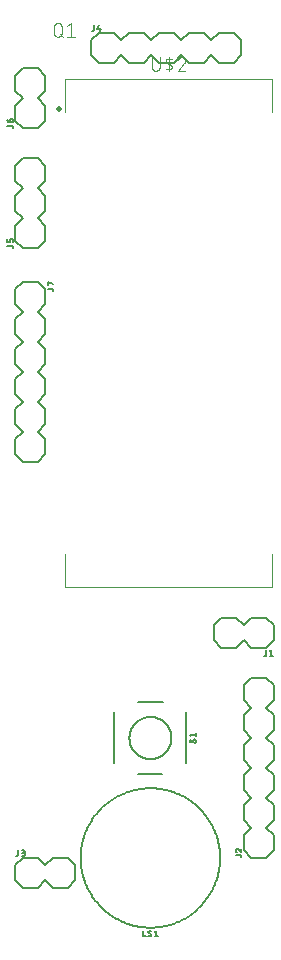
<source format=gbr>
G04 EAGLE Gerber RS-274X export*
G75*
%MOMM*%
%FSLAX34Y34*%
%LPD*%
%INSilkscreen Top*%
%IPPOS*%
%AMOC8*
5,1,8,0,0,1.08239X$1,22.5*%
G01*
%ADD10C,0.203200*%
%ADD11C,0.127000*%
%ADD12C,0.101600*%
%ADD13C,0.500000*%
%ADD14C,0.120000*%


D10*
X224950Y255900D02*
X212250Y255900D01*
X205900Y262250D01*
X205900Y274950D02*
X212250Y281300D01*
X205900Y262250D02*
X199550Y255900D01*
X186850Y255900D01*
X180500Y262250D01*
X180500Y274950D02*
X186850Y281300D01*
X199550Y281300D01*
X205900Y274950D01*
X231300Y274950D02*
X231300Y262250D01*
X224950Y255900D01*
X231300Y274950D02*
X224950Y281300D01*
X212250Y281300D01*
X180500Y274950D02*
X180500Y262250D01*
D11*
X225036Y253995D02*
X225036Y250241D01*
X225034Y250176D01*
X225028Y250112D01*
X225018Y250048D01*
X225005Y249984D01*
X224987Y249922D01*
X224966Y249861D01*
X224942Y249801D01*
X224913Y249743D01*
X224881Y249686D01*
X224846Y249632D01*
X224808Y249580D01*
X224766Y249530D01*
X224722Y249483D01*
X224675Y249439D01*
X224625Y249397D01*
X224573Y249359D01*
X224519Y249324D01*
X224462Y249292D01*
X224404Y249263D01*
X224344Y249239D01*
X224283Y249218D01*
X224221Y249200D01*
X224157Y249187D01*
X224093Y249177D01*
X224029Y249171D01*
X223964Y249169D01*
X223427Y249169D01*
X227984Y252923D02*
X229324Y253995D01*
X229324Y249169D01*
X227984Y249169D02*
X230665Y249169D01*
D10*
X205900Y211450D02*
X212250Y205100D01*
X205900Y211450D02*
X205900Y224150D01*
X212250Y230500D01*
X224950Y230500D02*
X231300Y224150D01*
X231300Y211450D01*
X224950Y205100D01*
X205900Y173350D02*
X205900Y160650D01*
X205900Y173350D02*
X212250Y179700D01*
X224950Y179700D02*
X231300Y173350D01*
X212250Y179700D02*
X205900Y186050D01*
X205900Y198750D01*
X212250Y205100D01*
X224950Y205100D02*
X231300Y198750D01*
X231300Y186050D01*
X224950Y179700D01*
X205900Y135250D02*
X212250Y128900D01*
X205900Y135250D02*
X205900Y147950D01*
X212250Y154300D01*
X224950Y154300D02*
X231300Y147950D01*
X231300Y135250D01*
X224950Y128900D01*
X212250Y154300D02*
X205900Y160650D01*
X224950Y154300D02*
X231300Y160650D01*
X231300Y173350D01*
X205900Y97150D02*
X205900Y84450D01*
X205900Y97150D02*
X212250Y103500D01*
X224950Y103500D02*
X231300Y97150D01*
X212250Y103500D02*
X205900Y109850D01*
X205900Y122550D01*
X212250Y128900D01*
X224950Y128900D02*
X231300Y122550D01*
X231300Y109850D01*
X224950Y103500D01*
X224950Y78100D02*
X212250Y78100D01*
X205900Y84450D01*
X224950Y78100D02*
X231300Y84450D01*
X231300Y97150D01*
X224950Y230500D02*
X212250Y230500D01*
D11*
X202923Y80344D02*
X199169Y80344D01*
X202923Y80343D02*
X202988Y80341D01*
X203052Y80335D01*
X203116Y80325D01*
X203180Y80312D01*
X203242Y80294D01*
X203303Y80273D01*
X203363Y80249D01*
X203421Y80220D01*
X203478Y80188D01*
X203532Y80153D01*
X203584Y80115D01*
X203634Y80073D01*
X203681Y80029D01*
X203725Y79982D01*
X203767Y79932D01*
X203805Y79880D01*
X203840Y79826D01*
X203872Y79769D01*
X203901Y79711D01*
X203925Y79651D01*
X203946Y79590D01*
X203964Y79528D01*
X203977Y79464D01*
X203987Y79400D01*
X203993Y79336D01*
X203995Y79271D01*
X203995Y78735D01*
X199169Y84766D02*
X199171Y84834D01*
X199177Y84901D01*
X199186Y84968D01*
X199199Y85035D01*
X199216Y85100D01*
X199237Y85165D01*
X199261Y85228D01*
X199289Y85290D01*
X199320Y85350D01*
X199354Y85408D01*
X199392Y85464D01*
X199432Y85519D01*
X199476Y85570D01*
X199523Y85619D01*
X199572Y85666D01*
X199623Y85710D01*
X199678Y85750D01*
X199734Y85788D01*
X199792Y85822D01*
X199852Y85853D01*
X199914Y85881D01*
X199977Y85905D01*
X200042Y85926D01*
X200107Y85943D01*
X200174Y85956D01*
X200241Y85965D01*
X200308Y85971D01*
X200376Y85973D01*
X199169Y84766D02*
X199171Y84688D01*
X199177Y84610D01*
X199187Y84533D01*
X199200Y84456D01*
X199218Y84380D01*
X199239Y84305D01*
X199264Y84231D01*
X199293Y84159D01*
X199325Y84088D01*
X199361Y84019D01*
X199400Y83951D01*
X199443Y83886D01*
X199489Y83823D01*
X199538Y83762D01*
X199590Y83704D01*
X199645Y83649D01*
X199702Y83596D01*
X199762Y83547D01*
X199825Y83500D01*
X199890Y83457D01*
X199956Y83417D01*
X200025Y83380D01*
X200096Y83347D01*
X200168Y83317D01*
X200242Y83291D01*
X201314Y85571D02*
X201265Y85620D01*
X201213Y85667D01*
X201158Y85710D01*
X201101Y85751D01*
X201042Y85789D01*
X200981Y85823D01*
X200918Y85854D01*
X200854Y85882D01*
X200788Y85906D01*
X200722Y85926D01*
X200654Y85943D01*
X200585Y85956D01*
X200516Y85965D01*
X200446Y85971D01*
X200376Y85973D01*
X201314Y85571D02*
X203995Y83292D01*
X203995Y85973D01*
D10*
X31750Y78100D02*
X19050Y78100D01*
X31750Y78100D02*
X38100Y71750D01*
X38100Y59050D02*
X31750Y52700D01*
X38100Y71750D02*
X44450Y78100D01*
X57150Y78100D01*
X63500Y71750D01*
X63500Y59050D02*
X57150Y52700D01*
X44450Y52700D01*
X38100Y59050D01*
X12700Y59050D02*
X12700Y71750D01*
X19050Y78100D01*
X12700Y59050D02*
X19050Y52700D01*
X31750Y52700D01*
X63500Y59050D02*
X63500Y71750D01*
D11*
X14944Y81077D02*
X14944Y84831D01*
X14943Y81077D02*
X14941Y81012D01*
X14935Y80948D01*
X14925Y80884D01*
X14912Y80820D01*
X14894Y80758D01*
X14873Y80697D01*
X14849Y80637D01*
X14820Y80579D01*
X14788Y80522D01*
X14753Y80468D01*
X14715Y80416D01*
X14673Y80366D01*
X14629Y80319D01*
X14582Y80275D01*
X14532Y80233D01*
X14480Y80195D01*
X14426Y80160D01*
X14369Y80128D01*
X14311Y80099D01*
X14251Y80075D01*
X14190Y80054D01*
X14128Y80036D01*
X14064Y80023D01*
X14000Y80013D01*
X13936Y80007D01*
X13871Y80005D01*
X13335Y80005D01*
X17892Y80005D02*
X19232Y80005D01*
X19303Y80007D01*
X19375Y80013D01*
X19445Y80022D01*
X19515Y80035D01*
X19585Y80052D01*
X19653Y80073D01*
X19720Y80097D01*
X19786Y80125D01*
X19850Y80156D01*
X19913Y80191D01*
X19973Y80229D01*
X20032Y80270D01*
X20088Y80314D01*
X20142Y80361D01*
X20193Y80410D01*
X20241Y80463D01*
X20287Y80518D01*
X20329Y80575D01*
X20369Y80635D01*
X20405Y80696D01*
X20438Y80760D01*
X20467Y80825D01*
X20493Y80891D01*
X20516Y80959D01*
X20535Y81028D01*
X20550Y81098D01*
X20561Y81168D01*
X20569Y81239D01*
X20573Y81310D01*
X20573Y81382D01*
X20569Y81453D01*
X20561Y81524D01*
X20550Y81594D01*
X20535Y81664D01*
X20516Y81733D01*
X20493Y81801D01*
X20467Y81867D01*
X20438Y81932D01*
X20405Y81996D01*
X20369Y82057D01*
X20329Y82117D01*
X20287Y82174D01*
X20241Y82229D01*
X20193Y82282D01*
X20142Y82331D01*
X20088Y82378D01*
X20032Y82422D01*
X19973Y82463D01*
X19913Y82501D01*
X19850Y82536D01*
X19786Y82567D01*
X19720Y82595D01*
X19653Y82619D01*
X19585Y82640D01*
X19515Y82657D01*
X19445Y82670D01*
X19375Y82679D01*
X19303Y82685D01*
X19232Y82687D01*
X19500Y84831D02*
X17892Y84831D01*
X19500Y84831D02*
X19565Y84829D01*
X19629Y84823D01*
X19693Y84813D01*
X19757Y84800D01*
X19819Y84782D01*
X19880Y84761D01*
X19940Y84737D01*
X19998Y84708D01*
X20055Y84676D01*
X20109Y84641D01*
X20161Y84603D01*
X20211Y84561D01*
X20258Y84517D01*
X20302Y84470D01*
X20344Y84420D01*
X20382Y84368D01*
X20417Y84314D01*
X20449Y84257D01*
X20478Y84199D01*
X20502Y84139D01*
X20523Y84078D01*
X20541Y84016D01*
X20554Y83952D01*
X20564Y83888D01*
X20570Y83824D01*
X20572Y83759D01*
X20570Y83694D01*
X20564Y83630D01*
X20554Y83566D01*
X20541Y83502D01*
X20523Y83440D01*
X20502Y83379D01*
X20478Y83319D01*
X20449Y83261D01*
X20417Y83204D01*
X20382Y83150D01*
X20344Y83098D01*
X20302Y83048D01*
X20258Y83001D01*
X20211Y82957D01*
X20161Y82915D01*
X20109Y82877D01*
X20055Y82842D01*
X19998Y82810D01*
X19940Y82781D01*
X19880Y82757D01*
X19819Y82736D01*
X19757Y82718D01*
X19693Y82705D01*
X19629Y82695D01*
X19565Y82689D01*
X19500Y82687D01*
X19500Y82686D02*
X18428Y82686D01*
D10*
X159550Y776600D02*
X172250Y776600D01*
X178600Y770250D01*
X178600Y757550D02*
X172250Y751200D01*
X178600Y770250D02*
X184950Y776600D01*
X197650Y776600D01*
X204000Y770250D01*
X204000Y757550D02*
X197650Y751200D01*
X184950Y751200D01*
X178600Y757550D01*
X134150Y776600D02*
X127800Y770250D01*
X134150Y776600D02*
X146850Y776600D01*
X153200Y770250D01*
X153200Y757550D02*
X146850Y751200D01*
X134150Y751200D01*
X127800Y757550D01*
X153200Y770250D02*
X159550Y776600D01*
X153200Y757550D02*
X159550Y751200D01*
X172250Y751200D01*
X96050Y776600D02*
X83350Y776600D01*
X96050Y776600D02*
X102400Y770250D01*
X102400Y757550D02*
X96050Y751200D01*
X102400Y770250D02*
X108750Y776600D01*
X121450Y776600D01*
X127800Y770250D01*
X127800Y757550D02*
X121450Y751200D01*
X108750Y751200D01*
X102400Y757550D01*
X77000Y757550D02*
X77000Y770250D01*
X83350Y776600D01*
X77000Y757550D02*
X83350Y751200D01*
X96050Y751200D01*
X204000Y757550D02*
X204000Y770250D01*
D11*
X79244Y779577D02*
X79244Y783331D01*
X79243Y779577D02*
X79241Y779512D01*
X79235Y779448D01*
X79225Y779384D01*
X79212Y779320D01*
X79194Y779258D01*
X79173Y779197D01*
X79149Y779137D01*
X79120Y779079D01*
X79088Y779022D01*
X79053Y778968D01*
X79015Y778916D01*
X78973Y778866D01*
X78929Y778819D01*
X78882Y778775D01*
X78832Y778733D01*
X78780Y778695D01*
X78726Y778660D01*
X78669Y778628D01*
X78611Y778599D01*
X78551Y778575D01*
X78490Y778554D01*
X78428Y778536D01*
X78364Y778523D01*
X78300Y778513D01*
X78236Y778507D01*
X78171Y778505D01*
X77635Y778505D01*
X82192Y779577D02*
X83264Y783331D01*
X82192Y779577D02*
X84873Y779577D01*
X84068Y778505D02*
X84068Y780650D01*
D10*
X12700Y651350D02*
X19050Y645000D01*
X12700Y651350D02*
X12700Y664050D01*
X19050Y670400D01*
X31750Y670400D02*
X38100Y664050D01*
X38100Y651350D01*
X31750Y645000D01*
X12700Y613250D02*
X12700Y600550D01*
X12700Y613250D02*
X19050Y619600D01*
X31750Y619600D02*
X38100Y613250D01*
X19050Y619600D02*
X12700Y625950D01*
X12700Y638650D01*
X19050Y645000D01*
X31750Y645000D02*
X38100Y638650D01*
X38100Y625950D01*
X31750Y619600D01*
X31750Y594200D02*
X19050Y594200D01*
X12700Y600550D01*
X31750Y594200D02*
X38100Y600550D01*
X38100Y613250D01*
X31750Y670400D02*
X19050Y670400D01*
D11*
X9723Y596444D02*
X5969Y596444D01*
X9723Y596443D02*
X9788Y596441D01*
X9852Y596435D01*
X9916Y596425D01*
X9980Y596412D01*
X10042Y596394D01*
X10103Y596373D01*
X10163Y596349D01*
X10221Y596320D01*
X10278Y596288D01*
X10332Y596253D01*
X10384Y596215D01*
X10434Y596173D01*
X10481Y596129D01*
X10525Y596082D01*
X10567Y596032D01*
X10605Y595980D01*
X10640Y595926D01*
X10672Y595869D01*
X10701Y595811D01*
X10725Y595751D01*
X10746Y595690D01*
X10764Y595628D01*
X10777Y595564D01*
X10787Y595500D01*
X10793Y595436D01*
X10795Y595371D01*
X10795Y594835D01*
X10795Y599392D02*
X10795Y601000D01*
X10793Y601065D01*
X10787Y601129D01*
X10777Y601193D01*
X10764Y601257D01*
X10746Y601319D01*
X10725Y601380D01*
X10701Y601440D01*
X10672Y601498D01*
X10640Y601555D01*
X10605Y601609D01*
X10567Y601661D01*
X10525Y601711D01*
X10481Y601758D01*
X10434Y601802D01*
X10384Y601844D01*
X10332Y601882D01*
X10278Y601917D01*
X10221Y601949D01*
X10163Y601978D01*
X10103Y602002D01*
X10042Y602023D01*
X9980Y602041D01*
X9916Y602054D01*
X9852Y602064D01*
X9788Y602070D01*
X9723Y602072D01*
X9723Y602073D02*
X9186Y602073D01*
X9186Y602072D02*
X9121Y602070D01*
X9057Y602064D01*
X8993Y602054D01*
X8929Y602041D01*
X8867Y602023D01*
X8806Y602002D01*
X8746Y601978D01*
X8688Y601949D01*
X8631Y601917D01*
X8577Y601882D01*
X8525Y601844D01*
X8475Y601802D01*
X8428Y601758D01*
X8384Y601711D01*
X8342Y601661D01*
X8304Y601609D01*
X8269Y601555D01*
X8237Y601498D01*
X8208Y601440D01*
X8184Y601380D01*
X8163Y601319D01*
X8145Y601257D01*
X8132Y601193D01*
X8122Y601129D01*
X8116Y601065D01*
X8114Y601000D01*
X8114Y599392D01*
X5969Y599392D01*
X5969Y602073D01*
D10*
X12700Y702150D02*
X12700Y714850D01*
X19050Y721200D01*
X31750Y721200D02*
X38100Y714850D01*
X19050Y721200D02*
X12700Y727550D01*
X12700Y740250D01*
X19050Y746600D01*
X31750Y746600D02*
X38100Y740250D01*
X38100Y727550D01*
X31750Y721200D01*
X31750Y695800D02*
X19050Y695800D01*
X12700Y702150D01*
X31750Y695800D02*
X38100Y702150D01*
X38100Y714850D01*
X31750Y746600D02*
X19050Y746600D01*
D11*
X9723Y698044D02*
X5969Y698044D01*
X9723Y698043D02*
X9788Y698041D01*
X9852Y698035D01*
X9916Y698025D01*
X9980Y698012D01*
X10042Y697994D01*
X10103Y697973D01*
X10163Y697949D01*
X10221Y697920D01*
X10278Y697888D01*
X10332Y697853D01*
X10384Y697815D01*
X10434Y697773D01*
X10481Y697729D01*
X10525Y697682D01*
X10567Y697632D01*
X10605Y697580D01*
X10640Y697526D01*
X10672Y697469D01*
X10701Y697411D01*
X10725Y697351D01*
X10746Y697290D01*
X10764Y697228D01*
X10777Y697164D01*
X10787Y697100D01*
X10793Y697036D01*
X10795Y696971D01*
X10795Y696435D01*
X8114Y700992D02*
X8114Y702600D01*
X8116Y702665D01*
X8122Y702729D01*
X8132Y702793D01*
X8145Y702857D01*
X8163Y702919D01*
X8184Y702980D01*
X8208Y703040D01*
X8237Y703098D01*
X8269Y703155D01*
X8304Y703209D01*
X8342Y703261D01*
X8384Y703311D01*
X8428Y703358D01*
X8475Y703402D01*
X8525Y703444D01*
X8577Y703482D01*
X8631Y703517D01*
X8688Y703549D01*
X8746Y703578D01*
X8806Y703602D01*
X8867Y703623D01*
X8929Y703641D01*
X8993Y703654D01*
X9057Y703664D01*
X9121Y703670D01*
X9186Y703672D01*
X9186Y703673D02*
X9454Y703673D01*
X9525Y703671D01*
X9597Y703665D01*
X9667Y703656D01*
X9737Y703643D01*
X9807Y703626D01*
X9875Y703605D01*
X9942Y703581D01*
X10008Y703553D01*
X10072Y703522D01*
X10135Y703487D01*
X10195Y703449D01*
X10254Y703408D01*
X10310Y703364D01*
X10364Y703317D01*
X10415Y703268D01*
X10463Y703215D01*
X10509Y703160D01*
X10551Y703103D01*
X10591Y703043D01*
X10627Y702982D01*
X10660Y702918D01*
X10689Y702853D01*
X10715Y702787D01*
X10738Y702719D01*
X10757Y702650D01*
X10772Y702580D01*
X10783Y702510D01*
X10791Y702439D01*
X10795Y702368D01*
X10795Y702296D01*
X10791Y702225D01*
X10783Y702154D01*
X10772Y702084D01*
X10757Y702014D01*
X10738Y701945D01*
X10715Y701877D01*
X10689Y701811D01*
X10660Y701746D01*
X10627Y701682D01*
X10591Y701621D01*
X10551Y701561D01*
X10509Y701504D01*
X10463Y701449D01*
X10415Y701396D01*
X10364Y701347D01*
X10310Y701300D01*
X10254Y701256D01*
X10195Y701215D01*
X10135Y701177D01*
X10072Y701142D01*
X10008Y701111D01*
X9942Y701083D01*
X9875Y701059D01*
X9807Y701038D01*
X9737Y701021D01*
X9667Y701008D01*
X9597Y700999D01*
X9525Y700993D01*
X9454Y700991D01*
X9454Y700992D02*
X8114Y700992D01*
X8023Y700994D01*
X7932Y701000D01*
X7842Y701009D01*
X7751Y701023D01*
X7662Y701040D01*
X7574Y701061D01*
X7486Y701086D01*
X7399Y701115D01*
X7314Y701147D01*
X7230Y701182D01*
X7148Y701222D01*
X7068Y701264D01*
X6989Y701310D01*
X6913Y701360D01*
X6839Y701412D01*
X6766Y701468D01*
X6697Y701527D01*
X6630Y701588D01*
X6565Y701653D01*
X6504Y701720D01*
X6445Y701789D01*
X6389Y701861D01*
X6337Y701936D01*
X6287Y702012D01*
X6241Y702091D01*
X6199Y702171D01*
X6159Y702253D01*
X6124Y702337D01*
X6092Y702422D01*
X6063Y702509D01*
X6038Y702596D01*
X6017Y702685D01*
X6000Y702774D01*
X5986Y702864D01*
X5977Y702955D01*
X5971Y703046D01*
X5969Y703137D01*
D10*
X31750Y439100D02*
X38100Y432750D01*
X38100Y420050D01*
X31750Y413700D01*
X19050Y413700D02*
X12700Y420050D01*
X12700Y432750D01*
X19050Y439100D01*
X38100Y470850D02*
X38100Y483550D01*
X38100Y470850D02*
X31750Y464500D01*
X19050Y464500D02*
X12700Y470850D01*
X31750Y464500D02*
X38100Y458150D01*
X38100Y445450D01*
X31750Y439100D01*
X19050Y439100D02*
X12700Y445450D01*
X12700Y458150D01*
X19050Y464500D01*
X38100Y508950D02*
X31750Y515300D01*
X38100Y508950D02*
X38100Y496250D01*
X31750Y489900D01*
X19050Y489900D02*
X12700Y496250D01*
X12700Y508950D01*
X19050Y515300D01*
X31750Y489900D02*
X38100Y483550D01*
X19050Y489900D02*
X12700Y483550D01*
X12700Y470850D01*
X38100Y547050D02*
X38100Y559750D01*
X38100Y547050D02*
X31750Y540700D01*
X19050Y540700D02*
X12700Y547050D01*
X31750Y540700D02*
X38100Y534350D01*
X38100Y521650D01*
X31750Y515300D01*
X19050Y515300D02*
X12700Y521650D01*
X12700Y534350D01*
X19050Y540700D01*
X19050Y566100D02*
X31750Y566100D01*
X38100Y559750D01*
X19050Y566100D02*
X12700Y559750D01*
X12700Y547050D01*
X19050Y413700D02*
X31750Y413700D01*
D11*
X40005Y559836D02*
X43759Y559836D01*
X43824Y559834D01*
X43888Y559828D01*
X43952Y559818D01*
X44016Y559805D01*
X44078Y559787D01*
X44139Y559766D01*
X44199Y559742D01*
X44257Y559713D01*
X44314Y559681D01*
X44368Y559646D01*
X44420Y559608D01*
X44470Y559566D01*
X44517Y559522D01*
X44561Y559475D01*
X44603Y559425D01*
X44641Y559373D01*
X44676Y559319D01*
X44708Y559262D01*
X44737Y559204D01*
X44761Y559144D01*
X44782Y559083D01*
X44800Y559021D01*
X44813Y558957D01*
X44823Y558893D01*
X44829Y558829D01*
X44831Y558764D01*
X44831Y558227D01*
X40541Y562784D02*
X40005Y562784D01*
X40005Y565465D01*
X44831Y564124D01*
D12*
X45358Y776604D02*
X45358Y781796D01*
X45360Y781909D01*
X45366Y782022D01*
X45376Y782135D01*
X45390Y782248D01*
X45407Y782360D01*
X45429Y782471D01*
X45454Y782581D01*
X45484Y782691D01*
X45517Y782799D01*
X45554Y782906D01*
X45594Y783012D01*
X45639Y783116D01*
X45687Y783219D01*
X45738Y783320D01*
X45793Y783419D01*
X45851Y783516D01*
X45913Y783611D01*
X45978Y783704D01*
X46046Y783794D01*
X46117Y783882D01*
X46192Y783968D01*
X46269Y784051D01*
X46349Y784131D01*
X46432Y784208D01*
X46518Y784283D01*
X46606Y784354D01*
X46696Y784422D01*
X46789Y784487D01*
X46884Y784549D01*
X46981Y784607D01*
X47080Y784662D01*
X47181Y784713D01*
X47284Y784761D01*
X47388Y784806D01*
X47494Y784846D01*
X47601Y784883D01*
X47709Y784916D01*
X47819Y784946D01*
X47929Y784971D01*
X48040Y784993D01*
X48152Y785010D01*
X48265Y785024D01*
X48378Y785034D01*
X48491Y785040D01*
X48604Y785042D01*
X48717Y785040D01*
X48830Y785034D01*
X48943Y785024D01*
X49056Y785010D01*
X49168Y784993D01*
X49279Y784971D01*
X49389Y784946D01*
X49499Y784916D01*
X49607Y784883D01*
X49714Y784846D01*
X49820Y784806D01*
X49924Y784761D01*
X50027Y784713D01*
X50128Y784662D01*
X50227Y784607D01*
X50324Y784549D01*
X50419Y784487D01*
X50512Y784422D01*
X50602Y784354D01*
X50690Y784283D01*
X50776Y784208D01*
X50859Y784131D01*
X50939Y784051D01*
X51016Y783968D01*
X51091Y783882D01*
X51162Y783794D01*
X51230Y783704D01*
X51295Y783611D01*
X51357Y783516D01*
X51415Y783419D01*
X51470Y783320D01*
X51521Y783219D01*
X51569Y783116D01*
X51614Y783012D01*
X51654Y782906D01*
X51691Y782799D01*
X51724Y782691D01*
X51754Y782581D01*
X51779Y782471D01*
X51801Y782360D01*
X51818Y782248D01*
X51832Y782135D01*
X51842Y782022D01*
X51848Y781909D01*
X51850Y781796D01*
X51849Y781796D02*
X51849Y776604D01*
X51850Y776604D02*
X51848Y776491D01*
X51842Y776378D01*
X51832Y776265D01*
X51818Y776152D01*
X51801Y776040D01*
X51779Y775929D01*
X51754Y775819D01*
X51724Y775709D01*
X51691Y775601D01*
X51654Y775494D01*
X51614Y775388D01*
X51569Y775284D01*
X51521Y775181D01*
X51470Y775080D01*
X51415Y774981D01*
X51357Y774884D01*
X51295Y774789D01*
X51230Y774696D01*
X51162Y774606D01*
X51091Y774518D01*
X51016Y774432D01*
X50939Y774349D01*
X50859Y774269D01*
X50776Y774192D01*
X50690Y774117D01*
X50602Y774046D01*
X50512Y773978D01*
X50419Y773913D01*
X50324Y773851D01*
X50227Y773793D01*
X50128Y773738D01*
X50027Y773687D01*
X49924Y773639D01*
X49820Y773594D01*
X49714Y773554D01*
X49607Y773517D01*
X49499Y773484D01*
X49389Y773454D01*
X49279Y773429D01*
X49168Y773407D01*
X49056Y773390D01*
X48943Y773376D01*
X48830Y773366D01*
X48717Y773360D01*
X48604Y773358D01*
X48491Y773360D01*
X48378Y773366D01*
X48265Y773376D01*
X48152Y773390D01*
X48040Y773407D01*
X47929Y773429D01*
X47819Y773454D01*
X47709Y773484D01*
X47601Y773517D01*
X47494Y773554D01*
X47388Y773594D01*
X47284Y773639D01*
X47181Y773687D01*
X47080Y773738D01*
X46981Y773793D01*
X46884Y773851D01*
X46789Y773913D01*
X46696Y773978D01*
X46606Y774046D01*
X46518Y774117D01*
X46432Y774192D01*
X46349Y774269D01*
X46269Y774349D01*
X46192Y774432D01*
X46117Y774518D01*
X46046Y774606D01*
X45978Y774696D01*
X45913Y774789D01*
X45851Y774884D01*
X45793Y774981D01*
X45738Y775080D01*
X45687Y775181D01*
X45639Y775284D01*
X45594Y775388D01*
X45554Y775494D01*
X45517Y775601D01*
X45484Y775709D01*
X45454Y775819D01*
X45429Y775929D01*
X45407Y776040D01*
X45390Y776152D01*
X45376Y776265D01*
X45366Y776378D01*
X45360Y776491D01*
X45358Y776604D01*
X50551Y775954D02*
X53147Y773358D01*
X56502Y782446D02*
X59747Y785042D01*
X59747Y773358D01*
X56502Y773358D02*
X62993Y773358D01*
D10*
X157480Y201290D02*
X157480Y158110D01*
X96520Y158110D02*
X96520Y201290D01*
X116840Y149220D02*
X136980Y149220D01*
X137280Y210180D02*
X116840Y210180D01*
X109220Y179700D02*
X109225Y180136D01*
X109241Y180572D01*
X109268Y181008D01*
X109306Y181443D01*
X109354Y181876D01*
X109412Y182309D01*
X109482Y182740D01*
X109562Y183169D01*
X109652Y183596D01*
X109753Y184020D01*
X109864Y184442D01*
X109986Y184861D01*
X110117Y185277D01*
X110259Y185690D01*
X110411Y186099D01*
X110573Y186504D01*
X110745Y186905D01*
X110927Y187302D01*
X111118Y187694D01*
X111319Y188081D01*
X111530Y188464D01*
X111750Y188841D01*
X111979Y189212D01*
X112216Y189578D01*
X112463Y189938D01*
X112719Y190292D01*
X112983Y190639D01*
X113256Y190980D01*
X113537Y191313D01*
X113826Y191640D01*
X114123Y191960D01*
X114428Y192272D01*
X114740Y192577D01*
X115060Y192874D01*
X115387Y193163D01*
X115720Y193444D01*
X116061Y193717D01*
X116408Y193981D01*
X116762Y194237D01*
X117122Y194484D01*
X117488Y194721D01*
X117859Y194950D01*
X118236Y195170D01*
X118619Y195381D01*
X119006Y195582D01*
X119398Y195773D01*
X119795Y195955D01*
X120196Y196127D01*
X120601Y196289D01*
X121010Y196441D01*
X121423Y196583D01*
X121839Y196714D01*
X122258Y196836D01*
X122680Y196947D01*
X123104Y197048D01*
X123531Y197138D01*
X123960Y197218D01*
X124391Y197288D01*
X124824Y197346D01*
X125257Y197394D01*
X125692Y197432D01*
X126128Y197459D01*
X126564Y197475D01*
X127000Y197480D01*
X127436Y197475D01*
X127872Y197459D01*
X128308Y197432D01*
X128743Y197394D01*
X129176Y197346D01*
X129609Y197288D01*
X130040Y197218D01*
X130469Y197138D01*
X130896Y197048D01*
X131320Y196947D01*
X131742Y196836D01*
X132161Y196714D01*
X132577Y196583D01*
X132990Y196441D01*
X133399Y196289D01*
X133804Y196127D01*
X134205Y195955D01*
X134602Y195773D01*
X134994Y195582D01*
X135381Y195381D01*
X135764Y195170D01*
X136141Y194950D01*
X136512Y194721D01*
X136878Y194484D01*
X137238Y194237D01*
X137592Y193981D01*
X137939Y193717D01*
X138280Y193444D01*
X138613Y193163D01*
X138940Y192874D01*
X139260Y192577D01*
X139572Y192272D01*
X139877Y191960D01*
X140174Y191640D01*
X140463Y191313D01*
X140744Y190980D01*
X141017Y190639D01*
X141281Y190292D01*
X141537Y189938D01*
X141784Y189578D01*
X142021Y189212D01*
X142250Y188841D01*
X142470Y188464D01*
X142681Y188081D01*
X142882Y187694D01*
X143073Y187302D01*
X143255Y186905D01*
X143427Y186504D01*
X143589Y186099D01*
X143741Y185690D01*
X143883Y185277D01*
X144014Y184861D01*
X144136Y184442D01*
X144247Y184020D01*
X144348Y183596D01*
X144438Y183169D01*
X144518Y182740D01*
X144588Y182309D01*
X144646Y181876D01*
X144694Y181443D01*
X144732Y181008D01*
X144759Y180572D01*
X144775Y180136D01*
X144780Y179700D01*
X144775Y179264D01*
X144759Y178828D01*
X144732Y178392D01*
X144694Y177957D01*
X144646Y177524D01*
X144588Y177091D01*
X144518Y176660D01*
X144438Y176231D01*
X144348Y175804D01*
X144247Y175380D01*
X144136Y174958D01*
X144014Y174539D01*
X143883Y174123D01*
X143741Y173710D01*
X143589Y173301D01*
X143427Y172896D01*
X143255Y172495D01*
X143073Y172098D01*
X142882Y171706D01*
X142681Y171319D01*
X142470Y170936D01*
X142250Y170559D01*
X142021Y170188D01*
X141784Y169822D01*
X141537Y169462D01*
X141281Y169108D01*
X141017Y168761D01*
X140744Y168420D01*
X140463Y168087D01*
X140174Y167760D01*
X139877Y167440D01*
X139572Y167128D01*
X139260Y166823D01*
X138940Y166526D01*
X138613Y166237D01*
X138280Y165956D01*
X137939Y165683D01*
X137592Y165419D01*
X137238Y165163D01*
X136878Y164916D01*
X136512Y164679D01*
X136141Y164450D01*
X135764Y164230D01*
X135381Y164019D01*
X134994Y163818D01*
X134602Y163627D01*
X134205Y163445D01*
X133804Y163273D01*
X133399Y163111D01*
X132990Y162959D01*
X132577Y162817D01*
X132161Y162686D01*
X131742Y162564D01*
X131320Y162453D01*
X130896Y162352D01*
X130469Y162262D01*
X130040Y162182D01*
X129609Y162112D01*
X129176Y162054D01*
X128743Y162006D01*
X128308Y161968D01*
X127872Y161941D01*
X127436Y161925D01*
X127000Y161920D01*
X126564Y161925D01*
X126128Y161941D01*
X125692Y161968D01*
X125257Y162006D01*
X124824Y162054D01*
X124391Y162112D01*
X123960Y162182D01*
X123531Y162262D01*
X123104Y162352D01*
X122680Y162453D01*
X122258Y162564D01*
X121839Y162686D01*
X121423Y162817D01*
X121010Y162959D01*
X120601Y163111D01*
X120196Y163273D01*
X119795Y163445D01*
X119398Y163627D01*
X119006Y163818D01*
X118619Y164019D01*
X118236Y164230D01*
X117859Y164450D01*
X117488Y164679D01*
X117122Y164916D01*
X116762Y165163D01*
X116408Y165419D01*
X116061Y165683D01*
X115720Y165956D01*
X115387Y166237D01*
X115060Y166526D01*
X114740Y166823D01*
X114428Y167128D01*
X114123Y167440D01*
X113826Y167760D01*
X113537Y168087D01*
X113256Y168420D01*
X112983Y168761D01*
X112719Y169108D01*
X112463Y169462D01*
X112216Y169822D01*
X111979Y170188D01*
X111750Y170559D01*
X111530Y170936D01*
X111319Y171319D01*
X111118Y171706D01*
X110927Y172098D01*
X110745Y172495D01*
X110573Y172896D01*
X110411Y173301D01*
X110259Y173710D01*
X110117Y174123D01*
X109986Y174539D01*
X109864Y174958D01*
X109753Y175380D01*
X109652Y175804D01*
X109562Y176231D01*
X109482Y176660D01*
X109412Y177091D01*
X109354Y177524D01*
X109306Y177957D01*
X109268Y178392D01*
X109241Y178828D01*
X109225Y179264D01*
X109220Y179700D01*
D11*
X164409Y178388D02*
X164474Y178386D01*
X164538Y178380D01*
X164602Y178370D01*
X164666Y178357D01*
X164728Y178339D01*
X164789Y178318D01*
X164849Y178294D01*
X164907Y178265D01*
X164964Y178233D01*
X165018Y178198D01*
X165070Y178160D01*
X165120Y178118D01*
X165167Y178074D01*
X165211Y178027D01*
X165253Y177977D01*
X165291Y177925D01*
X165326Y177871D01*
X165358Y177814D01*
X165387Y177756D01*
X165411Y177696D01*
X165432Y177635D01*
X165450Y177573D01*
X165463Y177509D01*
X165473Y177445D01*
X165479Y177381D01*
X165481Y177316D01*
X165479Y177222D01*
X165473Y177128D01*
X165463Y177034D01*
X165450Y176941D01*
X165432Y176849D01*
X165411Y176757D01*
X165386Y176666D01*
X165357Y176576D01*
X165324Y176488D01*
X165288Y176401D01*
X165248Y176316D01*
X165205Y176232D01*
X165158Y176151D01*
X165108Y176071D01*
X165055Y175993D01*
X164998Y175918D01*
X164939Y175845D01*
X164876Y175775D01*
X164811Y175707D01*
X161727Y175842D02*
X161662Y175844D01*
X161598Y175850D01*
X161534Y175860D01*
X161470Y175873D01*
X161408Y175891D01*
X161347Y175912D01*
X161287Y175936D01*
X161229Y175965D01*
X161172Y175997D01*
X161118Y176032D01*
X161066Y176070D01*
X161016Y176112D01*
X160969Y176156D01*
X160925Y176203D01*
X160883Y176253D01*
X160845Y176305D01*
X160810Y176359D01*
X160778Y176416D01*
X160749Y176474D01*
X160725Y176534D01*
X160704Y176595D01*
X160686Y176657D01*
X160673Y176721D01*
X160663Y176785D01*
X160657Y176849D01*
X160655Y176914D01*
X160657Y177000D01*
X160662Y177086D01*
X160672Y177172D01*
X160685Y177257D01*
X160701Y177342D01*
X160721Y177426D01*
X160745Y177509D01*
X160772Y177591D01*
X160803Y177671D01*
X160837Y177751D01*
X160875Y177828D01*
X160916Y177904D01*
X160960Y177978D01*
X161007Y178051D01*
X161057Y178121D01*
X162665Y176378D02*
X162632Y176325D01*
X162595Y176274D01*
X162556Y176225D01*
X162514Y176178D01*
X162469Y176134D01*
X162422Y176093D01*
X162373Y176054D01*
X162321Y176018D01*
X162267Y175985D01*
X162212Y175956D01*
X162155Y175930D01*
X162096Y175907D01*
X162037Y175887D01*
X161976Y175871D01*
X161915Y175858D01*
X161852Y175849D01*
X161790Y175844D01*
X161727Y175842D01*
X163471Y177853D02*
X163504Y177906D01*
X163541Y177957D01*
X163580Y178006D01*
X163622Y178053D01*
X163667Y178097D01*
X163714Y178138D01*
X163763Y178177D01*
X163815Y178213D01*
X163869Y178246D01*
X163924Y178275D01*
X163981Y178301D01*
X164040Y178324D01*
X164099Y178344D01*
X164160Y178360D01*
X164221Y178373D01*
X164284Y178382D01*
X164346Y178387D01*
X164409Y178389D01*
X163470Y177853D02*
X162666Y176378D01*
X161727Y181011D02*
X160655Y182352D01*
X165481Y182352D01*
X165481Y183692D02*
X165481Y181011D01*
D13*
X49860Y711949D03*
D14*
X54900Y709449D02*
X54900Y737600D01*
X229900Y737600D01*
X229900Y709449D01*
X54900Y335751D02*
X54900Y307600D01*
X229900Y307600D01*
X229900Y335751D01*
D12*
X128296Y747704D02*
X128296Y756142D01*
X128296Y747704D02*
X128298Y747591D01*
X128304Y747478D01*
X128314Y747365D01*
X128328Y747252D01*
X128345Y747140D01*
X128367Y747029D01*
X128392Y746919D01*
X128422Y746809D01*
X128455Y746701D01*
X128492Y746594D01*
X128532Y746488D01*
X128577Y746384D01*
X128625Y746281D01*
X128676Y746180D01*
X128731Y746081D01*
X128789Y745984D01*
X128851Y745889D01*
X128916Y745796D01*
X128984Y745706D01*
X129055Y745618D01*
X129130Y745532D01*
X129207Y745449D01*
X129287Y745369D01*
X129370Y745292D01*
X129456Y745217D01*
X129544Y745146D01*
X129634Y745078D01*
X129727Y745013D01*
X129822Y744951D01*
X129919Y744893D01*
X130018Y744838D01*
X130119Y744787D01*
X130222Y744739D01*
X130326Y744694D01*
X130432Y744654D01*
X130539Y744617D01*
X130647Y744584D01*
X130757Y744554D01*
X130867Y744529D01*
X130978Y744507D01*
X131090Y744490D01*
X131203Y744476D01*
X131316Y744466D01*
X131429Y744460D01*
X131542Y744458D01*
X131655Y744460D01*
X131768Y744466D01*
X131881Y744476D01*
X131994Y744490D01*
X132106Y744507D01*
X132217Y744529D01*
X132327Y744554D01*
X132437Y744584D01*
X132545Y744617D01*
X132652Y744654D01*
X132758Y744694D01*
X132862Y744739D01*
X132965Y744787D01*
X133066Y744838D01*
X133165Y744893D01*
X133262Y744951D01*
X133357Y745013D01*
X133450Y745078D01*
X133540Y745146D01*
X133628Y745217D01*
X133714Y745292D01*
X133797Y745369D01*
X133877Y745449D01*
X133954Y745532D01*
X134029Y745618D01*
X134100Y745706D01*
X134168Y745796D01*
X134233Y745889D01*
X134295Y745984D01*
X134353Y746081D01*
X134408Y746180D01*
X134459Y746281D01*
X134507Y746384D01*
X134552Y746488D01*
X134592Y746594D01*
X134629Y746701D01*
X134662Y746809D01*
X134692Y746919D01*
X134717Y747029D01*
X134739Y747140D01*
X134756Y747252D01*
X134770Y747365D01*
X134780Y747478D01*
X134786Y747591D01*
X134788Y747704D01*
X134787Y747704D02*
X134787Y756142D01*
X142591Y756142D02*
X142591Y744458D01*
X142591Y750300D02*
X140968Y751274D01*
X140967Y751273D02*
X140894Y751320D01*
X140823Y751369D01*
X140753Y751422D01*
X140687Y751478D01*
X140623Y751537D01*
X140561Y751598D01*
X140503Y751662D01*
X140447Y751729D01*
X140395Y751798D01*
X140345Y751870D01*
X140299Y751944D01*
X140256Y752019D01*
X140217Y752097D01*
X140181Y752176D01*
X140149Y752257D01*
X140120Y752339D01*
X140095Y752422D01*
X140074Y752506D01*
X140057Y752591D01*
X140043Y752677D01*
X140034Y752763D01*
X140028Y752850D01*
X140026Y752937D01*
X140028Y753024D01*
X140034Y753111D01*
X140044Y753197D01*
X140057Y753283D01*
X140075Y753368D01*
X140096Y753452D01*
X140121Y753535D01*
X140150Y753618D01*
X140182Y753698D01*
X140218Y753777D01*
X140257Y753855D01*
X140300Y753930D01*
X140347Y754004D01*
X140396Y754075D01*
X140449Y754145D01*
X140504Y754211D01*
X140563Y754275D01*
X140624Y754337D01*
X140689Y754396D01*
X140755Y754451D01*
X140824Y754504D01*
X140896Y754554D01*
X140969Y754600D01*
X141045Y754643D01*
X141122Y754682D01*
X141201Y754718D01*
X141282Y754751D01*
X141364Y754779D01*
X141447Y754805D01*
X141531Y754826D01*
X141617Y754843D01*
X141617Y754844D02*
X141757Y754868D01*
X141899Y754888D01*
X142040Y754904D01*
X142182Y754915D01*
X142325Y754923D01*
X142467Y754927D01*
X142610Y754928D01*
X142753Y754924D01*
X142895Y754916D01*
X143037Y754904D01*
X143179Y754888D01*
X143320Y754869D01*
X143461Y754845D01*
X143601Y754818D01*
X143740Y754786D01*
X143878Y754751D01*
X144016Y754712D01*
X144152Y754669D01*
X144286Y754623D01*
X144420Y754572D01*
X144552Y754519D01*
X144682Y754461D01*
X144811Y754400D01*
X144938Y754335D01*
X145064Y754267D01*
X145187Y754195D01*
X142591Y750300D02*
X144213Y749326D01*
X144214Y749327D02*
X144287Y749280D01*
X144358Y749231D01*
X144428Y749178D01*
X144494Y749122D01*
X144558Y749063D01*
X144620Y749002D01*
X144678Y748938D01*
X144734Y748871D01*
X144786Y748802D01*
X144836Y748730D01*
X144882Y748656D01*
X144925Y748581D01*
X144964Y748503D01*
X145000Y748424D01*
X145032Y748343D01*
X145061Y748261D01*
X145086Y748178D01*
X145107Y748094D01*
X145124Y748009D01*
X145138Y747923D01*
X145147Y747837D01*
X145153Y747750D01*
X145155Y747663D01*
X145153Y747576D01*
X145147Y747489D01*
X145137Y747403D01*
X145124Y747317D01*
X145106Y747232D01*
X145085Y747148D01*
X145060Y747065D01*
X145031Y746982D01*
X144999Y746902D01*
X144963Y746823D01*
X144924Y746745D01*
X144881Y746670D01*
X144834Y746596D01*
X144785Y746525D01*
X144732Y746455D01*
X144677Y746389D01*
X144618Y746325D01*
X144557Y746263D01*
X144492Y746204D01*
X144426Y746149D01*
X144357Y746096D01*
X144285Y746046D01*
X144212Y746000D01*
X144136Y745957D01*
X144059Y745918D01*
X143980Y745882D01*
X143899Y745849D01*
X143817Y745821D01*
X143734Y745795D01*
X143650Y745774D01*
X143565Y745757D01*
X143564Y745756D02*
X143424Y745732D01*
X143282Y745712D01*
X143141Y745696D01*
X142999Y745685D01*
X142856Y745677D01*
X142714Y745673D01*
X142571Y745672D01*
X142428Y745676D01*
X142286Y745684D01*
X142144Y745696D01*
X142002Y745712D01*
X141861Y745731D01*
X141720Y745755D01*
X141580Y745782D01*
X141441Y745814D01*
X141303Y745849D01*
X141165Y745888D01*
X141029Y745931D01*
X140895Y745977D01*
X140761Y746028D01*
X140629Y746081D01*
X140499Y746139D01*
X140370Y746200D01*
X140243Y746265D01*
X140117Y746333D01*
X139994Y746405D01*
X153583Y756142D02*
X153690Y756140D01*
X153796Y756134D01*
X153902Y756124D01*
X154008Y756111D01*
X154114Y756093D01*
X154218Y756072D01*
X154322Y756047D01*
X154425Y756018D01*
X154526Y755986D01*
X154626Y755949D01*
X154725Y755909D01*
X154823Y755866D01*
X154919Y755819D01*
X155013Y755768D01*
X155105Y755714D01*
X155195Y755657D01*
X155283Y755597D01*
X155368Y755533D01*
X155451Y755466D01*
X155532Y755396D01*
X155610Y755324D01*
X155686Y755248D01*
X155758Y755170D01*
X155828Y755089D01*
X155895Y755006D01*
X155959Y754921D01*
X156019Y754833D01*
X156076Y754743D01*
X156130Y754651D01*
X156181Y754557D01*
X156228Y754461D01*
X156271Y754363D01*
X156311Y754264D01*
X156348Y754164D01*
X156380Y754063D01*
X156409Y753960D01*
X156434Y753856D01*
X156455Y753752D01*
X156473Y753646D01*
X156486Y753540D01*
X156496Y753434D01*
X156502Y753328D01*
X156504Y753221D01*
X153583Y756142D02*
X153462Y756140D01*
X153341Y756134D01*
X153221Y756124D01*
X153100Y756111D01*
X152981Y756093D01*
X152861Y756072D01*
X152743Y756047D01*
X152626Y756018D01*
X152509Y755985D01*
X152394Y755949D01*
X152280Y755908D01*
X152167Y755865D01*
X152055Y755817D01*
X151946Y755766D01*
X151838Y755711D01*
X151731Y755653D01*
X151627Y755592D01*
X151525Y755527D01*
X151425Y755459D01*
X151327Y755388D01*
X151231Y755314D01*
X151138Y755237D01*
X151048Y755156D01*
X150960Y755073D01*
X150875Y754987D01*
X150792Y754898D01*
X150713Y754807D01*
X150636Y754713D01*
X150563Y754617D01*
X150493Y754519D01*
X150426Y754418D01*
X150362Y754315D01*
X150302Y754210D01*
X150245Y754103D01*
X150191Y753995D01*
X150141Y753885D01*
X150095Y753773D01*
X150052Y753660D01*
X150013Y753545D01*
X155531Y750949D02*
X155610Y751026D01*
X155686Y751107D01*
X155759Y751190D01*
X155829Y751275D01*
X155896Y751363D01*
X155960Y751453D01*
X156020Y751545D01*
X156077Y751640D01*
X156131Y751736D01*
X156182Y751834D01*
X156229Y751934D01*
X156273Y752036D01*
X156313Y752139D01*
X156349Y752243D01*
X156381Y752349D01*
X156410Y752455D01*
X156435Y752563D01*
X156457Y752671D01*
X156474Y752781D01*
X156488Y752890D01*
X156497Y753000D01*
X156503Y753111D01*
X156505Y753221D01*
X155530Y750949D02*
X150013Y744458D01*
X156504Y744458D01*
D10*
X68000Y78100D02*
X68018Y79548D01*
X68071Y80995D01*
X68160Y82440D01*
X68284Y83883D01*
X68444Y85322D01*
X68639Y86757D01*
X68869Y88187D01*
X69134Y89610D01*
X69434Y91027D01*
X69768Y92436D01*
X70137Y93836D01*
X70541Y95227D01*
X70978Y96607D01*
X71449Y97977D01*
X71953Y99334D01*
X72491Y100678D01*
X73062Y102009D01*
X73665Y103326D01*
X74300Y104627D01*
X74967Y105912D01*
X75665Y107181D01*
X76394Y108432D01*
X77154Y109665D01*
X77943Y110879D01*
X78762Y112073D01*
X79611Y113246D01*
X80488Y114399D01*
X81392Y115529D01*
X82325Y116637D01*
X83284Y117722D01*
X84269Y118783D01*
X85281Y119819D01*
X86317Y120831D01*
X87378Y121816D01*
X88463Y122775D01*
X89571Y123708D01*
X90701Y124612D01*
X91854Y125489D01*
X93027Y126338D01*
X94221Y127157D01*
X95435Y127946D01*
X96668Y128706D01*
X97919Y129435D01*
X99188Y130133D01*
X100473Y130800D01*
X101774Y131435D01*
X103091Y132038D01*
X104422Y132609D01*
X105766Y133147D01*
X107123Y133651D01*
X108493Y134122D01*
X109873Y134559D01*
X111264Y134963D01*
X112664Y135332D01*
X114073Y135666D01*
X115490Y135966D01*
X116913Y136231D01*
X118343Y136461D01*
X119778Y136656D01*
X121217Y136816D01*
X122660Y136940D01*
X124105Y137029D01*
X125552Y137082D01*
X127000Y137100D01*
X128448Y137082D01*
X129895Y137029D01*
X131340Y136940D01*
X132783Y136816D01*
X134222Y136656D01*
X135657Y136461D01*
X137087Y136231D01*
X138510Y135966D01*
X139927Y135666D01*
X141336Y135332D01*
X142736Y134963D01*
X144127Y134559D01*
X145507Y134122D01*
X146877Y133651D01*
X148234Y133147D01*
X149578Y132609D01*
X150909Y132038D01*
X152226Y131435D01*
X153527Y130800D01*
X154812Y130133D01*
X156081Y129435D01*
X157332Y128706D01*
X158565Y127946D01*
X159779Y127157D01*
X160973Y126338D01*
X162146Y125489D01*
X163299Y124612D01*
X164429Y123708D01*
X165537Y122775D01*
X166622Y121816D01*
X167683Y120831D01*
X168719Y119819D01*
X169731Y118783D01*
X170716Y117722D01*
X171675Y116637D01*
X172608Y115529D01*
X173512Y114399D01*
X174389Y113246D01*
X175238Y112073D01*
X176057Y110879D01*
X176846Y109665D01*
X177606Y108432D01*
X178335Y107181D01*
X179033Y105912D01*
X179700Y104627D01*
X180335Y103326D01*
X180938Y102009D01*
X181509Y100678D01*
X182047Y99334D01*
X182551Y97977D01*
X183022Y96607D01*
X183459Y95227D01*
X183863Y93836D01*
X184232Y92436D01*
X184566Y91027D01*
X184866Y89610D01*
X185131Y88187D01*
X185361Y86757D01*
X185556Y85322D01*
X185716Y83883D01*
X185840Y82440D01*
X185929Y80995D01*
X185982Y79548D01*
X186000Y78100D01*
X185982Y76652D01*
X185929Y75205D01*
X185840Y73760D01*
X185716Y72317D01*
X185556Y70878D01*
X185361Y69443D01*
X185131Y68013D01*
X184866Y66590D01*
X184566Y65173D01*
X184232Y63764D01*
X183863Y62364D01*
X183459Y60973D01*
X183022Y59593D01*
X182551Y58223D01*
X182047Y56866D01*
X181509Y55522D01*
X180938Y54191D01*
X180335Y52874D01*
X179700Y51573D01*
X179033Y50288D01*
X178335Y49019D01*
X177606Y47768D01*
X176846Y46535D01*
X176057Y45321D01*
X175238Y44127D01*
X174389Y42954D01*
X173512Y41801D01*
X172608Y40671D01*
X171675Y39563D01*
X170716Y38478D01*
X169731Y37417D01*
X168719Y36381D01*
X167683Y35369D01*
X166622Y34384D01*
X165537Y33425D01*
X164429Y32492D01*
X163299Y31588D01*
X162146Y30711D01*
X160973Y29862D01*
X159779Y29043D01*
X158565Y28254D01*
X157332Y27494D01*
X156081Y26765D01*
X154812Y26067D01*
X153527Y25400D01*
X152226Y24765D01*
X150909Y24162D01*
X149578Y23591D01*
X148234Y23053D01*
X146877Y22549D01*
X145507Y22078D01*
X144127Y21641D01*
X142736Y21237D01*
X141336Y20868D01*
X139927Y20534D01*
X138510Y20234D01*
X137087Y19969D01*
X135657Y19739D01*
X134222Y19544D01*
X132783Y19384D01*
X131340Y19260D01*
X129895Y19171D01*
X128448Y19118D01*
X127000Y19100D01*
X125552Y19118D01*
X124105Y19171D01*
X122660Y19260D01*
X121217Y19384D01*
X119778Y19544D01*
X118343Y19739D01*
X116913Y19969D01*
X115490Y20234D01*
X114073Y20534D01*
X112664Y20868D01*
X111264Y21237D01*
X109873Y21641D01*
X108493Y22078D01*
X107123Y22549D01*
X105766Y23053D01*
X104422Y23591D01*
X103091Y24162D01*
X101774Y24765D01*
X100473Y25400D01*
X99188Y26067D01*
X97919Y26765D01*
X96668Y27494D01*
X95435Y28254D01*
X94221Y29043D01*
X93027Y29862D01*
X91854Y30711D01*
X90701Y31588D01*
X89571Y32492D01*
X88463Y33425D01*
X87378Y34384D01*
X86317Y35369D01*
X85281Y36381D01*
X84269Y37417D01*
X83284Y38478D01*
X82325Y39563D01*
X81392Y40671D01*
X80488Y41801D01*
X79611Y42954D01*
X78762Y44127D01*
X77943Y45321D01*
X77154Y46535D01*
X76394Y47768D01*
X75665Y49019D01*
X74967Y50288D01*
X74300Y51573D01*
X73665Y52874D01*
X73062Y54191D01*
X72491Y55522D01*
X71953Y56866D01*
X71449Y58223D01*
X70978Y59593D01*
X70541Y60973D01*
X70137Y62364D01*
X69768Y63764D01*
X69434Y65173D01*
X69134Y66590D01*
X68869Y68013D01*
X68639Y69443D01*
X68444Y70878D01*
X68284Y72317D01*
X68160Y73760D01*
X68071Y75205D01*
X68018Y76652D01*
X68000Y78100D01*
D11*
X120823Y16505D02*
X120823Y11679D01*
X122968Y11679D01*
X126801Y11679D02*
X126866Y11681D01*
X126930Y11687D01*
X126994Y11697D01*
X127058Y11710D01*
X127120Y11728D01*
X127181Y11749D01*
X127241Y11773D01*
X127299Y11802D01*
X127356Y11834D01*
X127410Y11869D01*
X127462Y11907D01*
X127512Y11949D01*
X127559Y11993D01*
X127603Y12040D01*
X127645Y12090D01*
X127683Y12142D01*
X127718Y12196D01*
X127750Y12253D01*
X127779Y12311D01*
X127803Y12371D01*
X127824Y12432D01*
X127842Y12494D01*
X127855Y12558D01*
X127865Y12622D01*
X127871Y12686D01*
X127873Y12751D01*
X126801Y11679D02*
X126707Y11681D01*
X126613Y11687D01*
X126519Y11697D01*
X126426Y11710D01*
X126334Y11728D01*
X126242Y11749D01*
X126151Y11774D01*
X126061Y11803D01*
X125973Y11836D01*
X125886Y11872D01*
X125801Y11912D01*
X125717Y11955D01*
X125636Y12002D01*
X125556Y12052D01*
X125478Y12105D01*
X125403Y12162D01*
X125330Y12221D01*
X125260Y12284D01*
X125192Y12349D01*
X125327Y15433D02*
X125329Y15498D01*
X125335Y15562D01*
X125345Y15626D01*
X125358Y15690D01*
X125376Y15752D01*
X125397Y15813D01*
X125421Y15873D01*
X125450Y15931D01*
X125482Y15988D01*
X125517Y16042D01*
X125555Y16094D01*
X125597Y16144D01*
X125641Y16191D01*
X125688Y16235D01*
X125738Y16277D01*
X125790Y16315D01*
X125844Y16350D01*
X125901Y16382D01*
X125959Y16411D01*
X126019Y16435D01*
X126080Y16456D01*
X126142Y16474D01*
X126206Y16487D01*
X126270Y16497D01*
X126334Y16503D01*
X126399Y16505D01*
X126485Y16503D01*
X126571Y16498D01*
X126657Y16488D01*
X126742Y16475D01*
X126827Y16459D01*
X126911Y16439D01*
X126994Y16415D01*
X127076Y16388D01*
X127156Y16357D01*
X127236Y16323D01*
X127313Y16285D01*
X127389Y16244D01*
X127463Y16200D01*
X127535Y16153D01*
X127606Y16103D01*
X125863Y14495D02*
X125810Y14528D01*
X125759Y14565D01*
X125710Y14604D01*
X125663Y14646D01*
X125619Y14691D01*
X125578Y14738D01*
X125539Y14787D01*
X125503Y14839D01*
X125470Y14893D01*
X125441Y14948D01*
X125415Y15005D01*
X125392Y15064D01*
X125372Y15123D01*
X125356Y15184D01*
X125343Y15245D01*
X125334Y15308D01*
X125329Y15370D01*
X125327Y15433D01*
X127337Y13689D02*
X127390Y13656D01*
X127441Y13619D01*
X127490Y13580D01*
X127537Y13538D01*
X127581Y13493D01*
X127622Y13446D01*
X127661Y13397D01*
X127697Y13345D01*
X127730Y13291D01*
X127759Y13236D01*
X127785Y13179D01*
X127808Y13120D01*
X127828Y13061D01*
X127844Y13000D01*
X127857Y12939D01*
X127866Y12876D01*
X127871Y12814D01*
X127873Y12751D01*
X127337Y13690D02*
X125863Y14494D01*
X130496Y15433D02*
X131836Y16505D01*
X131836Y11679D01*
X130496Y11679D02*
X133177Y11679D01*
M02*

</source>
